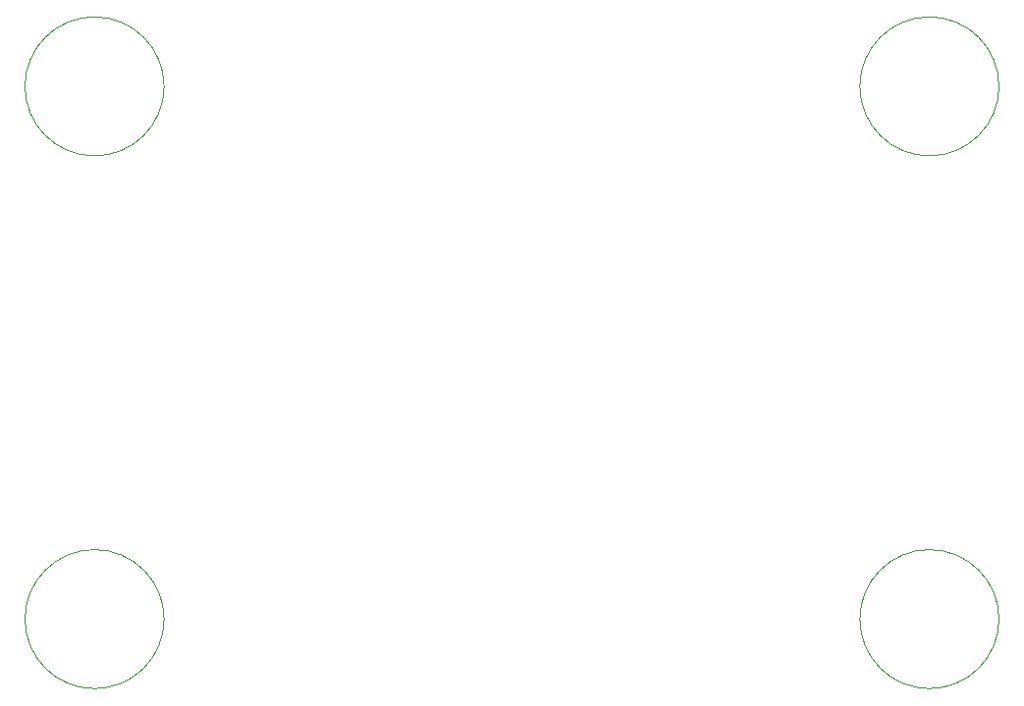
<source format=gbr>
%TF.GenerationSoftware,KiCad,Pcbnew,8.0.8*%
%TF.CreationDate,2025-02-16T23:15:15+09:00*%
%TF.ProjectId,macro,6d616372-6f2e-46b6-9963-61645f706362,rev?*%
%TF.SameCoordinates,Original*%
%TF.FileFunction,Legend,Bot*%
%TF.FilePolarity,Positive*%
%FSLAX46Y46*%
G04 Gerber Fmt 4.6, Leading zero omitted, Abs format (unit mm)*
G04 Created by KiCad (PCBNEW 8.0.8) date 2025-02-16 23:15:15*
%MOMM*%
%LPD*%
G01*
G04 APERTURE LIST*
%ADD10C,0.100000*%
G04 APERTURE END LIST*
D10*
X127000000Y-91000000D02*
G75*
G02*
X115000000Y-91000000I-6000000J0D01*
G01*
X115000000Y-91000000D02*
G75*
G02*
X127000000Y-91000000I6000000J0D01*
G01*
X55000000Y-45000000D02*
G75*
G02*
X43000000Y-45000000I-6000000J0D01*
G01*
X43000000Y-45000000D02*
G75*
G02*
X55000000Y-45000000I6000000J0D01*
G01*
X127000000Y-45000000D02*
G75*
G02*
X115000000Y-45000000I-6000000J0D01*
G01*
X115000000Y-45000000D02*
G75*
G02*
X127000000Y-45000000I6000000J0D01*
G01*
X55000000Y-91000000D02*
G75*
G02*
X43000000Y-91000000I-6000000J0D01*
G01*
X43000000Y-91000000D02*
G75*
G02*
X55000000Y-91000000I6000000J0D01*
G01*
M02*

</source>
